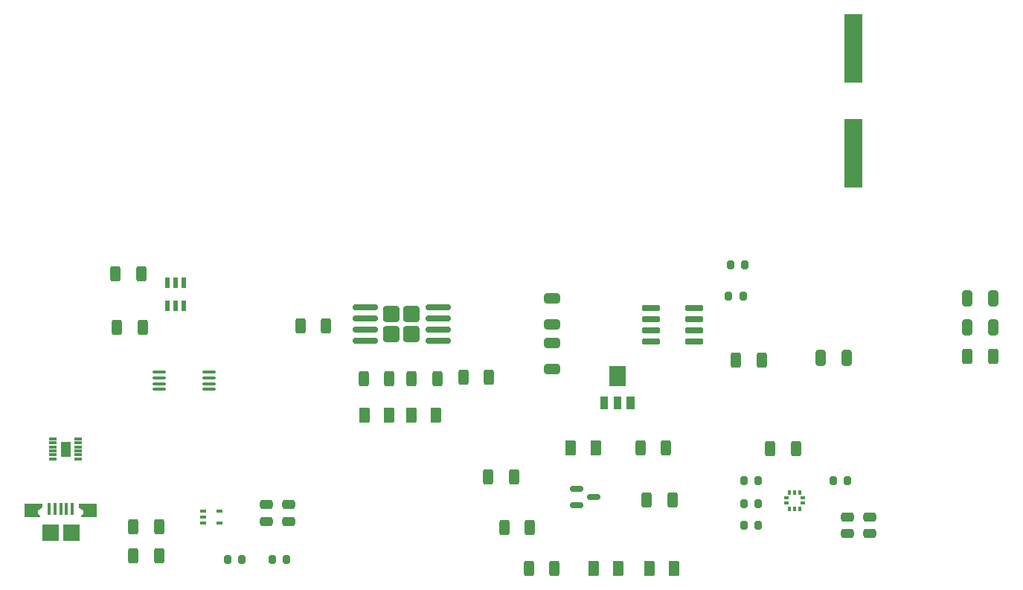
<source format=gtp>
%TF.GenerationSoftware,KiCad,Pcbnew,(7.0.0)*%
%TF.CreationDate,2023-04-04T02:03:31+02:00*%
%TF.ProjectId,main_v0.6,6d61696e-5f76-4302-9e36-2e6b69636164,rev?*%
%TF.SameCoordinates,Original*%
%TF.FileFunction,Paste,Top*%
%TF.FilePolarity,Positive*%
%FSLAX46Y46*%
G04 Gerber Fmt 4.6, Leading zero omitted, Abs format (unit mm)*
G04 Created by KiCad (PCBNEW (7.0.0)) date 2023-04-04 02:03:31*
%MOMM*%
%LPD*%
G01*
G04 APERTURE LIST*
G04 Aperture macros list*
%AMRoundRect*
0 Rectangle with rounded corners*
0 $1 Rounding radius*
0 $2 $3 $4 $5 $6 $7 $8 $9 X,Y pos of 4 corners*
0 Add a 4 corners polygon primitive as box body*
4,1,4,$2,$3,$4,$5,$6,$7,$8,$9,$2,$3,0*
0 Add four circle primitives for the rounded corners*
1,1,$1+$1,$2,$3*
1,1,$1+$1,$4,$5*
1,1,$1+$1,$6,$7*
1,1,$1+$1,$8,$9*
0 Add four rect primitives between the rounded corners*
20,1,$1+$1,$2,$3,$4,$5,0*
20,1,$1+$1,$4,$5,$6,$7,0*
20,1,$1+$1,$6,$7,$8,$9,0*
20,1,$1+$1,$8,$9,$2,$3,0*%
%AMFreePoly0*
4,1,9,1.050000,0.350000,0.550000,0.000000,0.550000,-0.400000,0.800000,-0.650000,0.800000,-0.800000,-1.050000,-0.800000,-1.050000,0.800000,1.050000,0.800000,1.050000,0.350000,1.050000,0.350000,$1*%
%AMFreePoly1*
4,1,9,1.050000,-0.800000,-0.800000,-0.800000,-0.800000,-0.650000,-0.550000,-0.400000,-0.550000,0.000000,-1.050000,0.350000,-1.050000,0.800000,1.050000,0.800000,1.050000,-0.800000,1.050000,-0.800000,$1*%
G04 Aperture macros list end*
%ADD10C,0.010000*%
%ADD11RoundRect,0.250000X-0.312500X-0.625000X0.312500X-0.625000X0.312500X0.625000X-0.312500X0.625000X0*%
%ADD12RoundRect,0.007500X-0.412500X-0.117500X0.412500X-0.117500X0.412500X0.117500X-0.412500X0.117500X0*%
%ADD13R,0.650000X0.400000*%
%ADD14RoundRect,0.200000X-0.200000X-0.275000X0.200000X-0.275000X0.200000X0.275000X-0.200000X0.275000X0*%
%ADD15RoundRect,0.250000X-0.325000X-0.650000X0.325000X-0.650000X0.325000X0.650000X-0.325000X0.650000X0*%
%ADD16RoundRect,0.250000X-0.375000X-0.625000X0.375000X-0.625000X0.375000X0.625000X-0.375000X0.625000X0*%
%ADD17R,0.550000X1.200000*%
%ADD18R,2.000000X7.875000*%
%ADD19RoundRect,0.100000X-0.637500X-0.100000X0.637500X-0.100000X0.637500X0.100000X-0.637500X0.100000X0*%
%ADD20RoundRect,0.250000X-0.670000X-0.645000X0.670000X-0.645000X0.670000X0.645000X-0.670000X0.645000X0*%
%ADD21RoundRect,0.175000X-1.250000X-0.175000X1.250000X-0.175000X1.250000X0.175000X-1.250000X0.175000X0*%
%ADD22RoundRect,0.250000X0.475000X-0.250000X0.475000X0.250000X-0.475000X0.250000X-0.475000X-0.250000X0*%
%ADD23RoundRect,0.250000X0.650000X-0.325000X0.650000X0.325000X-0.650000X0.325000X-0.650000X-0.325000X0*%
%ADD24RoundRect,0.042000X-0.943000X-0.258000X0.943000X-0.258000X0.943000X0.258000X-0.943000X0.258000X0*%
%ADD25RoundRect,0.100000X-0.175000X-0.100000X0.175000X-0.100000X0.175000X0.100000X-0.175000X0.100000X0*%
%ADD26RoundRect,0.100000X-0.100000X-0.175000X0.100000X-0.175000X0.100000X0.175000X-0.100000X0.175000X0*%
%ADD27RoundRect,0.150000X-0.587500X-0.150000X0.587500X-0.150000X0.587500X0.150000X-0.587500X0.150000X0*%
%ADD28R,0.400000X1.350000*%
%ADD29FreePoly0,0.000000*%
%ADD30R,1.900000X1.900000*%
%ADD31FreePoly1,0.000000*%
G04 APERTURE END LIST*
%TO.C,U5*%
G36*
X77166000Y-89056000D02*
G01*
X76146000Y-89056000D01*
X76146000Y-87476000D01*
X77166000Y-87476000D01*
X77166000Y-89056000D01*
G37*
D10*
X77166000Y-89056000D02*
X76146000Y-89056000D01*
X76146000Y-87476000D01*
X77166000Y-87476000D01*
X77166000Y-89056000D01*
%TO.C,U3*%
G36*
X138346000Y-83709740D02*
G01*
X137543350Y-83709740D01*
X137543350Y-82306000D01*
X138346000Y-82306000D01*
X138346000Y-83709740D01*
G37*
X138346000Y-83709740D02*
X137543350Y-83709740D01*
X137543350Y-82306000D01*
X138346000Y-82306000D01*
X138346000Y-83709740D01*
G36*
X140346000Y-81026000D02*
G01*
X138545217Y-81026000D01*
X138545217Y-78826000D01*
X140346000Y-78826000D01*
X140346000Y-81026000D01*
G37*
X140346000Y-81026000D02*
X138545217Y-81026000D01*
X138545217Y-78826000D01*
X140346000Y-78826000D01*
X140346000Y-81026000D01*
G36*
X139846000Y-83708740D02*
G01*
X139045591Y-83708740D01*
X139045591Y-82306000D01*
X139846000Y-82306000D01*
X139846000Y-83708740D01*
G37*
X139846000Y-83708740D02*
X139045591Y-83708740D01*
X139045591Y-82306000D01*
X139846000Y-82306000D01*
X139846000Y-83708740D01*
G36*
X141346000Y-83707730D02*
G01*
X140546710Y-83707730D01*
X140546710Y-82306000D01*
X141346000Y-82306000D01*
X141346000Y-83707730D01*
G37*
X141346000Y-83707730D02*
X140546710Y-83707730D01*
X140546710Y-82306000D01*
X141346000Y-82306000D01*
X141346000Y-83707730D01*
%TD*%
D11*
%TO.C,R17*%
X142810500Y-94051000D03*
X145735500Y-94051000D03*
%TD*%
D12*
%TO.C,U5*%
X75221000Y-87141000D03*
X75221000Y-87591000D03*
X75221000Y-88041000D03*
X75221000Y-88491000D03*
X75221000Y-88941000D03*
X75221000Y-89391000D03*
X78091000Y-89391000D03*
X78091000Y-88941000D03*
X78091000Y-88491000D03*
X78091000Y-88041000D03*
X78091000Y-87591000D03*
X78091000Y-87141000D03*
%TD*%
D11*
%TO.C,R22*%
X179316500Y-77790000D03*
X182241500Y-77790000D03*
%TD*%
D13*
%TO.C,U1*%
X92333999Y-95381999D03*
X92333999Y-96031999D03*
X92333999Y-96681999D03*
X94233999Y-96681999D03*
X94233999Y-95381999D03*
%TD*%
D14*
%TO.C,R1*%
X95124000Y-100874500D03*
X96774000Y-100874500D03*
%TD*%
%TO.C,R7*%
X153869000Y-91903000D03*
X155519000Y-91903000D03*
%TD*%
D15*
%TO.C,C7*%
X162615000Y-77922000D03*
X165565000Y-77922000D03*
%TD*%
D11*
%TO.C,R15*%
X124775500Y-91440000D03*
X127700500Y-91440000D03*
%TD*%
D14*
%TO.C,R18*%
X152146000Y-70866000D03*
X153796000Y-70866000D03*
%TD*%
D11*
%TO.C,R24*%
X84388000Y-97169000D03*
X87313000Y-97169000D03*
%TD*%
D16*
%TO.C,D2*%
X110707000Y-84455000D03*
X113507000Y-84455000D03*
%TD*%
D17*
%TO.C,IC1*%
X88269999Y-71982999D03*
X89219999Y-71982999D03*
X90169999Y-71982999D03*
X90169999Y-69382999D03*
X89219999Y-69382999D03*
X88269999Y-69382999D03*
%TD*%
D18*
%TO.C,Y1*%
X166369999Y-42734999D03*
X166369999Y-54609999D03*
%TD*%
D11*
%TO.C,R16*%
X142084000Y-88143000D03*
X145009000Y-88143000D03*
%TD*%
%TO.C,R2*%
X156875500Y-88220000D03*
X159800500Y-88220000D03*
%TD*%
D19*
%TO.C,Q1*%
X87307500Y-79543000D03*
X87307500Y-80193000D03*
X87307500Y-80843000D03*
X87307500Y-81493000D03*
X93032500Y-81493000D03*
X93032500Y-80843000D03*
X93032500Y-80193000D03*
X93032500Y-79543000D03*
%TD*%
D20*
%TO.C,U4*%
X113792000Y-72964000D03*
X113792000Y-75184000D03*
X116072000Y-72964000D03*
X116072000Y-75184000D03*
D21*
X110782000Y-72169000D03*
X110782000Y-73439000D03*
X110782000Y-74709000D03*
X110782000Y-75979000D03*
X119082000Y-75979000D03*
X119082000Y-74709000D03*
X119082000Y-73439000D03*
X119082000Y-72169000D03*
%TD*%
D16*
%TO.C,D3*%
X134204000Y-88143000D03*
X137004000Y-88143000D03*
%TD*%
D11*
%TO.C,R11*%
X103408500Y-74295000D03*
X106333500Y-74295000D03*
%TD*%
D22*
%TO.C,C3*%
X165679000Y-97933000D03*
X165679000Y-96033000D03*
%TD*%
D23*
%TO.C,C5*%
X132080000Y-79150000D03*
X132080000Y-76200000D03*
%TD*%
D22*
%TO.C,C1*%
X99568000Y-96520000D03*
X99568000Y-94620000D03*
%TD*%
D14*
%TO.C,R5*%
X153869000Y-96983000D03*
X155519000Y-96983000D03*
%TD*%
%TO.C,R4*%
X153869000Y-94473000D03*
X155519000Y-94473000D03*
%TD*%
D15*
%TO.C,C9*%
X179324000Y-74470000D03*
X182274000Y-74470000D03*
%TD*%
D16*
%TO.C,D1*%
X136777000Y-101859000D03*
X139577000Y-101859000D03*
%TD*%
D14*
%TO.C,R3*%
X100204000Y-100874500D03*
X101854000Y-100874500D03*
%TD*%
D11*
%TO.C,R10*%
X82357500Y-68367000D03*
X85282500Y-68367000D03*
%TD*%
%TO.C,R13*%
X116072000Y-80264000D03*
X118997000Y-80264000D03*
%TD*%
D15*
%TO.C,C8*%
X179324000Y-71120000D03*
X182274000Y-71120000D03*
%TD*%
D11*
%TO.C,R14*%
X126590000Y-97221000D03*
X129515000Y-97221000D03*
%TD*%
D24*
%TO.C,U6*%
X143268000Y-72263000D03*
X143268000Y-73533000D03*
X143268000Y-74803000D03*
X143268000Y-76073000D03*
X148218000Y-76073000D03*
X148218000Y-74803000D03*
X148218000Y-73533000D03*
X148218000Y-72263000D03*
%TD*%
D11*
%TO.C,R21*%
X121950500Y-80137000D03*
X124875500Y-80137000D03*
%TD*%
%TO.C,R25*%
X84388000Y-100459000D03*
X87313000Y-100459000D03*
%TD*%
D14*
%TO.C,R6*%
X164029000Y-91903000D03*
X165679000Y-91903000D03*
%TD*%
D22*
%TO.C,C4*%
X168219000Y-97933000D03*
X168219000Y-96033000D03*
%TD*%
D11*
%TO.C,R9*%
X82550000Y-74463000D03*
X85475000Y-74463000D03*
%TD*%
D16*
%TO.C,D5*%
X143127000Y-101859000D03*
X145927000Y-101859000D03*
%TD*%
D11*
%TO.C,R8*%
X129409000Y-101854000D03*
X132334000Y-101854000D03*
%TD*%
D14*
%TO.C,R19*%
X152337000Y-67310000D03*
X153987000Y-67310000D03*
%TD*%
D25*
%TO.C,U2*%
X158749000Y-93843000D03*
X158749000Y-94443000D03*
D26*
X159074000Y-95068000D03*
X159674000Y-95068000D03*
X160274000Y-95068000D03*
D25*
X160599000Y-94443000D03*
X160599000Y-93843000D03*
D26*
X160274000Y-93218000D03*
X159674000Y-93218000D03*
X159074000Y-93218000D03*
%TD*%
D16*
%TO.C,D4*%
X116047000Y-84455000D03*
X118847000Y-84455000D03*
%TD*%
D27*
%TO.C,Q3*%
X134875000Y-92781000D03*
X134875000Y-94681000D03*
X136750000Y-93731000D03*
%TD*%
D11*
%TO.C,R20*%
X152975500Y-78176000D03*
X155900500Y-78176000D03*
%TD*%
D23*
%TO.C,C6*%
X132080000Y-74070000D03*
X132080000Y-71120000D03*
%TD*%
D11*
%TO.C,R12*%
X110607000Y-80264000D03*
X113532000Y-80264000D03*
%TD*%
D28*
%TO.C,J5*%
X74847999Y-95124999D03*
X75497999Y-95124999D03*
X76147999Y-95124999D03*
X76797999Y-95124999D03*
X77447999Y-95124999D03*
D29*
X73048000Y-95250000D03*
D30*
X74947999Y-97799999D03*
X77347999Y-97799999D03*
D31*
X79248000Y-95250000D03*
%TD*%
D22*
%TO.C,C2*%
X102108000Y-96520000D03*
X102108000Y-94620000D03*
%TD*%
M02*

</source>
